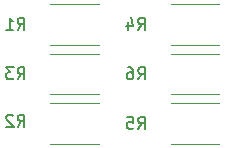
<source format=gbr>
G04 #@! TF.GenerationSoftware,KiCad,Pcbnew,(5.1.4-0)*
G04 #@! TF.CreationDate,2021-06-22T22:46:31+02:00*
G04 #@! TF.ProjectId,accumulator_HV_distribution_board,61636375-6d75-46c6-9174-6f725f48565f,rev?*
G04 #@! TF.SameCoordinates,Original*
G04 #@! TF.FileFunction,Legend,Bot*
G04 #@! TF.FilePolarity,Positive*
%FSLAX46Y46*%
G04 Gerber Fmt 4.6, Leading zero omitted, Abs format (unit mm)*
G04 Created by KiCad (PCBNEW (5.1.4-0)) date 2021-06-22 22:46:31*
%MOMM*%
%LPD*%
G04 APERTURE LIST*
%ADD10C,0.120000*%
%ADD11C,0.150000*%
G04 APERTURE END LIST*
D10*
X130852064Y-53710000D02*
X126747936Y-53710000D01*
X130852064Y-50290000D02*
X126747936Y-50290000D01*
X130852064Y-58690000D02*
X126747936Y-58690000D01*
X130852064Y-62110000D02*
X126747936Y-62110000D01*
X130852064Y-57910000D02*
X126747936Y-57910000D01*
X130852064Y-54490000D02*
X126747936Y-54490000D01*
X141052064Y-50290000D02*
X136947936Y-50290000D01*
X141052064Y-53710000D02*
X136947936Y-53710000D01*
X141052064Y-58690000D02*
X136947936Y-58690000D01*
X141052064Y-62110000D02*
X136947936Y-62110000D01*
X141052064Y-57910000D02*
X136947936Y-57910000D01*
X141052064Y-54490000D02*
X136947936Y-54490000D01*
D11*
X123966666Y-52452380D02*
X124300000Y-51976190D01*
X124538095Y-52452380D02*
X124538095Y-51452380D01*
X124157142Y-51452380D01*
X124061904Y-51500000D01*
X124014285Y-51547619D01*
X123966666Y-51642857D01*
X123966666Y-51785714D01*
X124014285Y-51880952D01*
X124061904Y-51928571D01*
X124157142Y-51976190D01*
X124538095Y-51976190D01*
X123014285Y-52452380D02*
X123585714Y-52452380D01*
X123300000Y-52452380D02*
X123300000Y-51452380D01*
X123395238Y-51595238D01*
X123490476Y-51690476D01*
X123585714Y-51738095D01*
X123966666Y-60652380D02*
X124300000Y-60176190D01*
X124538095Y-60652380D02*
X124538095Y-59652380D01*
X124157142Y-59652380D01*
X124061904Y-59700000D01*
X124014285Y-59747619D01*
X123966666Y-59842857D01*
X123966666Y-59985714D01*
X124014285Y-60080952D01*
X124061904Y-60128571D01*
X124157142Y-60176190D01*
X124538095Y-60176190D01*
X123585714Y-59747619D02*
X123538095Y-59700000D01*
X123442857Y-59652380D01*
X123204761Y-59652380D01*
X123109523Y-59700000D01*
X123061904Y-59747619D01*
X123014285Y-59842857D01*
X123014285Y-59938095D01*
X123061904Y-60080952D01*
X123633333Y-60652380D01*
X123014285Y-60652380D01*
X123966666Y-56652380D02*
X124300000Y-56176190D01*
X124538095Y-56652380D02*
X124538095Y-55652380D01*
X124157142Y-55652380D01*
X124061904Y-55700000D01*
X124014285Y-55747619D01*
X123966666Y-55842857D01*
X123966666Y-55985714D01*
X124014285Y-56080952D01*
X124061904Y-56128571D01*
X124157142Y-56176190D01*
X124538095Y-56176190D01*
X123633333Y-55652380D02*
X123014285Y-55652380D01*
X123347619Y-56033333D01*
X123204761Y-56033333D01*
X123109523Y-56080952D01*
X123061904Y-56128571D01*
X123014285Y-56223809D01*
X123014285Y-56461904D01*
X123061904Y-56557142D01*
X123109523Y-56604761D01*
X123204761Y-56652380D01*
X123490476Y-56652380D01*
X123585714Y-56604761D01*
X123633333Y-56557142D01*
X134166666Y-52452380D02*
X134500000Y-51976190D01*
X134738095Y-52452380D02*
X134738095Y-51452380D01*
X134357142Y-51452380D01*
X134261904Y-51500000D01*
X134214285Y-51547619D01*
X134166666Y-51642857D01*
X134166666Y-51785714D01*
X134214285Y-51880952D01*
X134261904Y-51928571D01*
X134357142Y-51976190D01*
X134738095Y-51976190D01*
X133309523Y-51785714D02*
X133309523Y-52452380D01*
X133547619Y-51404761D02*
X133785714Y-52119047D01*
X133166666Y-52119047D01*
X134166666Y-60852380D02*
X134500000Y-60376190D01*
X134738095Y-60852380D02*
X134738095Y-59852380D01*
X134357142Y-59852380D01*
X134261904Y-59900000D01*
X134214285Y-59947619D01*
X134166666Y-60042857D01*
X134166666Y-60185714D01*
X134214285Y-60280952D01*
X134261904Y-60328571D01*
X134357142Y-60376190D01*
X134738095Y-60376190D01*
X133261904Y-59852380D02*
X133738095Y-59852380D01*
X133785714Y-60328571D01*
X133738095Y-60280952D01*
X133642857Y-60233333D01*
X133404761Y-60233333D01*
X133309523Y-60280952D01*
X133261904Y-60328571D01*
X133214285Y-60423809D01*
X133214285Y-60661904D01*
X133261904Y-60757142D01*
X133309523Y-60804761D01*
X133404761Y-60852380D01*
X133642857Y-60852380D01*
X133738095Y-60804761D01*
X133785714Y-60757142D01*
X134166666Y-56652380D02*
X134500000Y-56176190D01*
X134738095Y-56652380D02*
X134738095Y-55652380D01*
X134357142Y-55652380D01*
X134261904Y-55700000D01*
X134214285Y-55747619D01*
X134166666Y-55842857D01*
X134166666Y-55985714D01*
X134214285Y-56080952D01*
X134261904Y-56128571D01*
X134357142Y-56176190D01*
X134738095Y-56176190D01*
X133309523Y-55652380D02*
X133500000Y-55652380D01*
X133595238Y-55700000D01*
X133642857Y-55747619D01*
X133738095Y-55890476D01*
X133785714Y-56080952D01*
X133785714Y-56461904D01*
X133738095Y-56557142D01*
X133690476Y-56604761D01*
X133595238Y-56652380D01*
X133404761Y-56652380D01*
X133309523Y-56604761D01*
X133261904Y-56557142D01*
X133214285Y-56461904D01*
X133214285Y-56223809D01*
X133261904Y-56128571D01*
X133309523Y-56080952D01*
X133404761Y-56033333D01*
X133595238Y-56033333D01*
X133690476Y-56080952D01*
X133738095Y-56128571D01*
X133785714Y-56223809D01*
M02*

</source>
